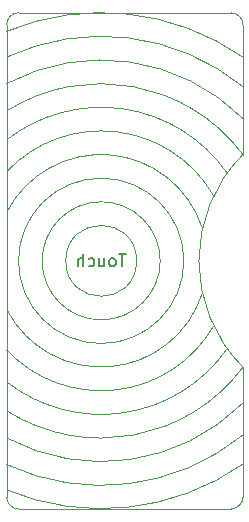
<source format=gbr>
%TF.GenerationSoftware,KiCad,Pcbnew,5.1.9*%
%TF.CreationDate,2021-01-01T13:20:52-05:00*%
%TF.ProjectId,card_lights,63617264-5f6c-4696-9768-74732e6b6963,rev?*%
%TF.SameCoordinates,PX754d4c0PY5e69ec0*%
%TF.FileFunction,Legend,Bot*%
%TF.FilePolarity,Positive*%
%FSLAX46Y46*%
G04 Gerber Fmt 4.6, Leading zero omitted, Abs format (unit mm)*
G04 Created by KiCad (PCBNEW 5.1.9) date 2021-01-01 13:20:52*
%MOMM*%
%LPD*%
G01*
G04 APERTURE LIST*
%ADD10C,0.120000*%
%ADD11C,0.150000*%
G04 APERTURE END LIST*
D10*
X-2016351Y-40226495D02*
G75*
G02*
X-22000000Y-42400000I-11983649J17226495D01*
G01*
X-2000001Y-37749999D02*
G75*
G02*
X-21999999Y-40250000I-11999999J14749999D01*
G01*
X-2029375Y-35070797D02*
G75*
G02*
X-22000000Y-38000000I-11970625J12070797D01*
G01*
X-1992269Y-32005798D02*
G75*
G02*
X-22000000Y-35700000I-12007731J9005798D01*
G01*
X-3345666Y-30453032D02*
G75*
G02*
X-22000000Y-33250000I-10654334J7453032D01*
G01*
X-4501962Y-28548854D02*
G75*
G02*
X-22000000Y-30550000I-9498038J5548854D01*
G01*
X-5440598Y-25753024D02*
G75*
G02*
X-21950000Y-27200000I-8559402J2753024D01*
G01*
X-21993305Y-3566277D02*
G75*
G02*
X-2000000Y-5750000I7993305J-19433723D01*
G01*
X-22000000Y-5750000D02*
G75*
G02*
X-2000000Y-8250000I8000000J-17250000D01*
G01*
X-22002802Y-7994746D02*
G75*
G02*
X-2000000Y-10950000I8002802J-15005254D01*
G01*
X-21958981Y-10285653D02*
G75*
G02*
X-2000000Y-14000000I7958981J-12714347D01*
G01*
X-21996746Y-12754169D02*
G75*
G02*
X-3350000Y-15550000I7996746J-10245831D01*
G01*
X-21976724Y-15422113D02*
G75*
G02*
X-4500000Y-17450000I7976724J-7577887D01*
G01*
X-21986199Y-18857159D02*
G75*
G02*
X-5450000Y-20200000I7986199J-4142841D01*
G01*
X-11000000Y-23000000D02*
G75*
G03*
X-11000000Y-23000000I-3000000J0D01*
G01*
X-7000000Y-23000000D02*
G75*
G03*
X-7000000Y-23000000I-7000000J0D01*
G01*
X-9000000Y-23000000D02*
G75*
G03*
X-9000000Y-23000000I-5000000J0D01*
G01*
D11*
X-11928572Y-22452380D02*
X-12500000Y-22452380D01*
X-12214286Y-23452380D02*
X-12214286Y-22452380D01*
X-12976191Y-23452380D02*
X-12880953Y-23404761D01*
X-12833334Y-23357142D01*
X-12785715Y-23261904D01*
X-12785715Y-22976190D01*
X-12833334Y-22880952D01*
X-12880953Y-22833333D01*
X-12976191Y-22785714D01*
X-13119048Y-22785714D01*
X-13214286Y-22833333D01*
X-13261905Y-22880952D01*
X-13309524Y-22976190D01*
X-13309524Y-23261904D01*
X-13261905Y-23357142D01*
X-13214286Y-23404761D01*
X-13119048Y-23452380D01*
X-12976191Y-23452380D01*
X-14166667Y-22785714D02*
X-14166667Y-23452380D01*
X-13738096Y-22785714D02*
X-13738096Y-23309523D01*
X-13785715Y-23404761D01*
X-13880953Y-23452380D01*
X-14023810Y-23452380D01*
X-14119048Y-23404761D01*
X-14166667Y-23357142D01*
X-15071429Y-23404761D02*
X-14976191Y-23452380D01*
X-14785715Y-23452380D01*
X-14690477Y-23404761D01*
X-14642858Y-23357142D01*
X-14595239Y-23261904D01*
X-14595239Y-22976190D01*
X-14642858Y-22880952D01*
X-14690477Y-22833333D01*
X-14785715Y-22785714D01*
X-14976191Y-22785714D01*
X-15071429Y-22833333D01*
X-15500000Y-23452380D02*
X-15500000Y-22452380D01*
X-15928572Y-23452380D02*
X-15928572Y-22928571D01*
X-15880953Y-22833333D01*
X-15785715Y-22785714D01*
X-15642858Y-22785714D01*
X-15547620Y-22833333D01*
X-15500000Y-22880952D01*
D10*
X-1999999Y-31999999D02*
X-2000000Y-43000000D01*
X-1999999Y-31999999D02*
G75*
G02*
X-1999999Y-14000001I8999999J8999999D01*
G01*
X-3000000Y-2000000D02*
G75*
G02*
X-2000000Y-3000000I0J-1000000D01*
G01*
X-2000000Y-43000000D02*
G75*
G02*
X-3000000Y-44000000I-1000000J0D01*
G01*
X-21000000Y-44000000D02*
G75*
G02*
X-22000000Y-43000000I0J1000000D01*
G01*
X-22000000Y-3000000D02*
G75*
G02*
X-21000000Y-2000000I1000000J0D01*
G01*
X-22000000Y-43000000D02*
X-22000000Y-3000000D01*
X-3000000Y-44000000D02*
X-21000000Y-44000000D01*
X-2000000Y-3000000D02*
X-1999999Y-14000001D01*
X-21000000Y-2000000D02*
X-3000000Y-2000000D01*
M02*

</source>
